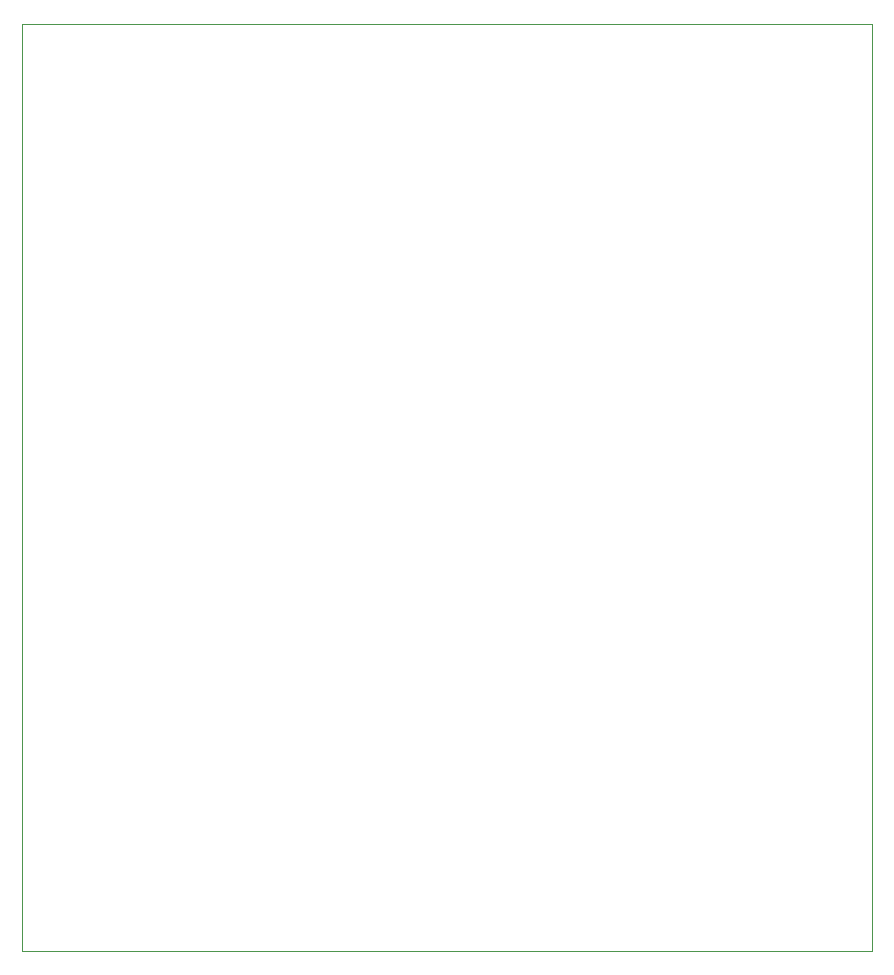
<source format=gm1>
G04 #@! TF.GenerationSoftware,KiCad,Pcbnew,(5.1.5)-3*
G04 #@! TF.CreationDate,2020-04-29T23:57:10-07:00*
G04 #@! TF.ProjectId,DashSight-Mezzanine-Card,44617368-5369-4676-9874-2d4d657a7a61,rev?*
G04 #@! TF.SameCoordinates,Original*
G04 #@! TF.FileFunction,Profile,NP*
%FSLAX46Y46*%
G04 Gerber Fmt 4.6, Leading zero omitted, Abs format (unit mm)*
G04 Created by KiCad (PCBNEW (5.1.5)-3) date 2020-04-29 23:57:10*
%MOMM*%
%LPD*%
G04 APERTURE LIST*
%ADD10C,0.100000*%
G04 APERTURE END LIST*
D10*
X128000000Y-125000000D02*
X128000000Y-46500000D01*
X200000000Y-125000000D02*
X128000000Y-125000000D01*
X200000000Y-46500000D02*
X200000000Y-125000000D01*
X128000000Y-46500000D02*
X200000000Y-46500000D01*
M02*

</source>
